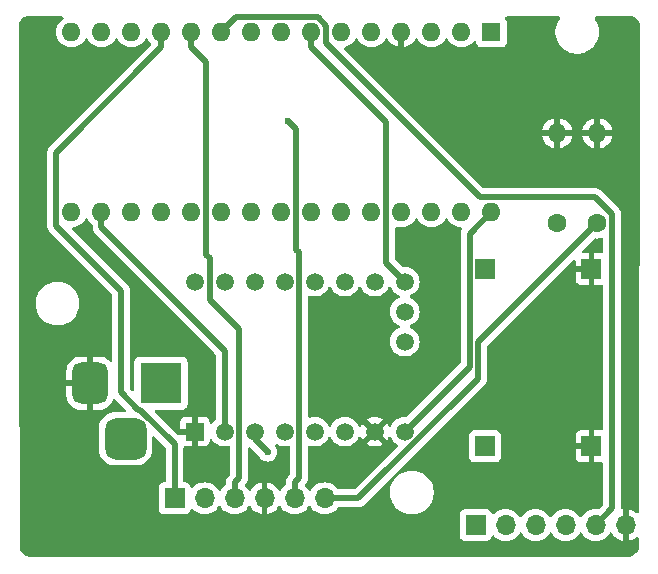
<source format=gbr>
%TF.GenerationSoftware,KiCad,Pcbnew,8.0.2*%
%TF.CreationDate,2024-05-31T10:43:30+02:00*%
%TF.ProjectId,LTS_Spooler,4c54535f-5370-46f6-9f6c-65722e6b6963,rev?*%
%TF.SameCoordinates,Original*%
%TF.FileFunction,Copper,L2,Bot*%
%TF.FilePolarity,Positive*%
%FSLAX46Y46*%
G04 Gerber Fmt 4.6, Leading zero omitted, Abs format (unit mm)*
G04 Created by KiCad (PCBNEW 8.0.2) date 2024-05-31 10:43:30*
%MOMM*%
%LPD*%
G01*
G04 APERTURE LIST*
G04 Aperture macros list*
%AMRoundRect*
0 Rectangle with rounded corners*
0 $1 Rounding radius*
0 $2 $3 $4 $5 $6 $7 $8 $9 X,Y pos of 4 corners*
0 Add a 4 corners polygon primitive as box body*
4,1,4,$2,$3,$4,$5,$6,$7,$8,$9,$2,$3,0*
0 Add four circle primitives for the rounded corners*
1,1,$1+$1,$2,$3*
1,1,$1+$1,$4,$5*
1,1,$1+$1,$6,$7*
1,1,$1+$1,$8,$9*
0 Add four rect primitives between the rounded corners*
20,1,$1+$1,$2,$3,$4,$5,0*
20,1,$1+$1,$4,$5,$6,$7,0*
20,1,$1+$1,$6,$7,$8,$9,0*
20,1,$1+$1,$8,$9,$2,$3,0*%
G04 Aperture macros list end*
%TA.AperFunction,ComponentPad*%
%ADD10R,3.500000X3.500000*%
%TD*%
%TA.AperFunction,ComponentPad*%
%ADD11RoundRect,0.750000X-0.750000X-1.000000X0.750000X-1.000000X0.750000X1.000000X-0.750000X1.000000X0*%
%TD*%
%TA.AperFunction,ComponentPad*%
%ADD12RoundRect,0.875000X-0.875000X-0.875000X0.875000X-0.875000X0.875000X0.875000X-0.875000X0.875000X0*%
%TD*%
%TA.AperFunction,ComponentPad*%
%ADD13R,1.700000X1.700000*%
%TD*%
%TA.AperFunction,ComponentPad*%
%ADD14R,1.508000X1.508000*%
%TD*%
%TA.AperFunction,ComponentPad*%
%ADD15C,1.508000*%
%TD*%
%TA.AperFunction,ComponentPad*%
%ADD16O,1.700000X1.700000*%
%TD*%
%TA.AperFunction,ComponentPad*%
%ADD17C,1.600000*%
%TD*%
%TA.AperFunction,ComponentPad*%
%ADD18O,1.600000X1.600000*%
%TD*%
%TA.AperFunction,ComponentPad*%
%ADD19R,1.600000X1.600000*%
%TD*%
%TA.AperFunction,ViaPad*%
%ADD20C,0.600000*%
%TD*%
%TA.AperFunction,Conductor*%
%ADD21C,0.500000*%
%TD*%
G04 APERTURE END LIST*
D10*
%TO.P,J10,1,Pin_1*%
%TO.N,+12V*%
X26750000Y-45750000D03*
D11*
%TO.P,J10,2,Pin_2*%
%TO.N,GND*%
X20750000Y-45750000D03*
D12*
%TO.P,J10,3*%
%TO.N,N/C*%
X23750000Y-50450000D03*
%TD*%
D13*
%TO.P,J7,1,Pin_1*%
%TO.N,GND*%
X63200000Y-51100000D03*
%TD*%
%TO.P,J6,1,Pin_1*%
%TO.N,/VIN*%
X54200000Y-51100000D03*
%TD*%
%TO.P,J4,1,Pin_1*%
%TO.N,+12V*%
X54200000Y-36100000D03*
%TD*%
%TO.P,J5,1,Pin_1*%
%TO.N,GND*%
X63200000Y-36100000D03*
%TD*%
D14*
%TO.P,U1,1,GND*%
%TO.N,GND*%
X29610000Y-49850000D03*
D15*
%TO.P,U1,2,VIO*%
%TO.N,/3V3*%
X32150000Y-49850000D03*
%TO.P,U1,3,M1B*%
%TO.N,/MotorD*%
X34690000Y-49850000D03*
%TO.P,U1,4,M1A*%
%TO.N,/MotorB*%
X37230000Y-49850000D03*
%TO.P,U1,5,M2A*%
%TO.N,/MotorC*%
X39770000Y-49850000D03*
%TO.P,U1,6,M2B*%
%TO.N,/MotorA*%
X42310000Y-49850000D03*
%TO.P,U1,7,GND*%
%TO.N,GND*%
X44850000Y-49850000D03*
%TO.P,U1,8,VM*%
%TO.N,/VIN*%
X47390000Y-49850000D03*
%TO.P,U1,9,DIR*%
%TO.N,/Direction*%
X29610000Y-37150000D03*
%TO.P,U1,10,STEP*%
%TO.N,/Step*%
X32150000Y-37150000D03*
%TO.P,U1,11,PDN*%
%TO.N,unconnected-(U1-PDN-Pad11)*%
X34690000Y-37150000D03*
%TO.P,U1,12,UART*%
%TO.N,unconnected-(U1-UART-Pad12)*%
X37230000Y-37150000D03*
%TO.P,U1,13,SPRD*%
%TO.N,unconnected-(U1-SPRD-Pad13)*%
X39770000Y-37150000D03*
%TO.P,U1,14,MS2*%
%TO.N,unconnected-(U1-MS2-Pad14)*%
X42310000Y-37150000D03*
%TO.P,U1,15,MS1*%
%TO.N,unconnected-(U1-MS1-Pad15)*%
X44850000Y-37150000D03*
%TO.P,U1,16,~{EN}*%
%TO.N,/Enable*%
X47390000Y-37150000D03*
%TO.P,U1,17,INDEX*%
%TO.N,unconnected-(U1-INDEX-Pad17)*%
X47390000Y-42230000D03*
%TO.P,U1,18,DIAG*%
%TO.N,unconnected-(U1-DIAG-Pad18)*%
X47390000Y-39690000D03*
%TD*%
D13*
%TO.P,J11,1,Pin_1*%
%TO.N,/MotorA*%
X53400000Y-57750000D03*
D16*
%TO.P,J11,2,Pin_2*%
%TO.N,/MotorC*%
X55940000Y-57750000D03*
%TO.P,J11,3,Pin_3*%
%TO.N,/MotorB*%
X58480000Y-57750000D03*
%TO.P,J11,4,Pin_4*%
%TO.N,/MotorD*%
X61020000Y-57750000D03*
%TO.P,J11,5,Pin_5*%
%TO.N,/FilamentSensor*%
X63560000Y-57750000D03*
%TO.P,J11,6,Pin_6*%
%TO.N,GND*%
X66100000Y-57750000D03*
%TD*%
D13*
%TO.P,J12,1,Pin_1*%
%TO.N,/LED1*%
X27900000Y-55500000D03*
D16*
%TO.P,J12,2,Pin_2*%
%TO.N,Net-(J12-Pin_2)*%
X30440000Y-55500000D03*
%TO.P,J12,3,Pin_3*%
%TO.N,/BTN*%
X32980000Y-55500000D03*
%TO.P,J12,4,Pin_4*%
%TO.N,GND*%
X35520000Y-55500000D03*
%TO.P,J12,5,Pin_5*%
%TO.N,/LED2*%
X38060000Y-55500000D03*
%TO.P,J12,6,Pin_6*%
%TO.N,Net-(J12-Pin_6)*%
X40600000Y-55500000D03*
%TD*%
D17*
%TO.P,R2,1*%
%TO.N,Net-(J12-Pin_6)*%
X63700000Y-32200000D03*
D18*
%TO.P,R2,2*%
%TO.N,GND*%
X63700000Y-24580000D03*
%TD*%
D17*
%TO.P,R1,1*%
%TO.N,Net-(J12-Pin_2)*%
X60300000Y-32200000D03*
D18*
%TO.P,R1,2*%
%TO.N,GND*%
X60300000Y-24580000D03*
%TD*%
D19*
%TO.P,A1,1,D1/TX*%
%TO.N,unconnected-(A1-D1{slash}TX-Pad1)*%
X54730000Y-16010000D03*
D18*
%TO.P,A1,2,D0/RX*%
%TO.N,unconnected-(A1-D0{slash}RX-Pad2)*%
X52190000Y-16010000D03*
%TO.P,A1,3,~{RESET}*%
%TO.N,unconnected-(A1-~{RESET}-Pad3)*%
X49650000Y-16010000D03*
%TO.P,A1,4,GND*%
%TO.N,GND*%
X47110000Y-16010000D03*
%TO.P,A1,5,D2*%
%TO.N,/Direction*%
X44570000Y-16010000D03*
%TO.P,A1,6,D3*%
%TO.N,/Step*%
X42030000Y-16010000D03*
%TO.P,A1,7,D4*%
%TO.N,/Enable*%
X39490000Y-16010000D03*
%TO.P,A1,8,D5*%
%TO.N,unconnected-(A1-D5-Pad8)*%
X36950000Y-16010000D03*
%TO.P,A1,9,D6*%
%TO.N,unconnected-(A1-D6-Pad9)*%
X34410000Y-16010000D03*
%TO.P,A1,10,D7*%
%TO.N,/FilamentSensor*%
X31870000Y-16010000D03*
%TO.P,A1,11,D8*%
%TO.N,/BTN*%
X29330000Y-16010000D03*
%TO.P,A1,12,D9*%
%TO.N,/LED1*%
X26790000Y-16010000D03*
%TO.P,A1,13,D10*%
%TO.N,/LED2*%
X24250000Y-16010000D03*
%TO.P,A1,14,D11*%
%TO.N,unconnected-(A1-D11-Pad14)*%
X21710000Y-16010000D03*
%TO.P,A1,15,D12*%
%TO.N,unconnected-(A1-D12-Pad15)*%
X19170000Y-16010000D03*
%TO.P,A1,16,D13*%
%TO.N,unconnected-(A1-D13-Pad16)*%
X19170000Y-31250000D03*
%TO.P,A1,17,3V3*%
%TO.N,/3V3*%
X21710000Y-31250000D03*
%TO.P,A1,18,AREF*%
%TO.N,unconnected-(A1-AREF-Pad18)*%
X24250000Y-31250000D03*
%TO.P,A1,19,A0*%
%TO.N,unconnected-(A1-A0-Pad19)*%
X26790000Y-31250000D03*
%TO.P,A1,20,A1*%
%TO.N,unconnected-(A1-A1-Pad20)*%
X29330000Y-31250000D03*
%TO.P,A1,21,A2*%
%TO.N,unconnected-(A1-A2-Pad21)*%
X31870000Y-31250000D03*
%TO.P,A1,22,A3*%
%TO.N,unconnected-(A1-A3-Pad22)*%
X34410000Y-31250000D03*
%TO.P,A1,23,A4*%
%TO.N,unconnected-(A1-A4-Pad23)*%
X36950000Y-31250000D03*
%TO.P,A1,24,A5*%
%TO.N,unconnected-(A1-A5-Pad24)*%
X39490000Y-31250000D03*
%TO.P,A1,25,A6*%
%TO.N,unconnected-(A1-A6-Pad25)*%
X42030000Y-31250000D03*
%TO.P,A1,26,A7*%
%TO.N,unconnected-(A1-A7-Pad26)*%
X44570000Y-31250000D03*
%TO.P,A1,27,+5V*%
%TO.N,unconnected-(A1-+5V-Pad27)*%
X47110000Y-31250000D03*
%TO.P,A1,28,~{RESET}*%
%TO.N,unconnected-(A1-~{RESET}-Pad28)*%
X49650000Y-31250000D03*
%TO.P,A1,29,GND*%
%TO.N,unconnected-(A1-GND-Pad29)*%
X52190000Y-31250000D03*
%TO.P,A1,30,VIN*%
%TO.N,/VIN*%
X54730000Y-31250000D03*
%TD*%
D20*
%TO.N,/MotorD*%
X35783200Y-51594700D03*
%TO.N,/LED2*%
X37492200Y-23520500D03*
%TD*%
D21*
%TO.N,/VIN*%
X52900000Y-33080000D02*
X54730000Y-31250000D01*
X52900000Y-44340000D02*
X52900000Y-33080000D01*
X47390000Y-49850000D02*
X52900000Y-44340000D01*
%TO.N,/FilamentSensor*%
X64950000Y-56360000D02*
X63560000Y-57750000D01*
X64950000Y-31450000D02*
X64950000Y-56360000D01*
X63500000Y-30000000D02*
X64950000Y-31450000D01*
X53750001Y-30000000D02*
X63500000Y-30000000D01*
X40740000Y-16989999D02*
X53750001Y-30000000D01*
X40740000Y-15492233D02*
X40740000Y-16989999D01*
X40007767Y-14760000D02*
X40740000Y-15492233D01*
X33120000Y-14760000D02*
X40007767Y-14760000D01*
X31870000Y-16010000D02*
X33120000Y-14760000D01*
%TO.N,Net-(J12-Pin_6)*%
X53601500Y-42298500D02*
X63700000Y-32200000D01*
X53601500Y-45361000D02*
X53601500Y-42298500D01*
X43462500Y-55500000D02*
X53601500Y-45361000D01*
X40600000Y-55500000D02*
X43462500Y-55500000D01*
%TO.N,/MotorD*%
X34690000Y-50501500D02*
X35783200Y-51594700D01*
X34690000Y-49850000D02*
X34690000Y-50501500D01*
%TO.N,/3V3*%
X21710000Y-31250000D02*
X21710000Y-32550000D01*
X32150000Y-42990000D02*
X32150000Y-49850000D01*
X21710000Y-32550000D02*
X32150000Y-42990000D01*
%TO.N,/LED2*%
X38220000Y-24248300D02*
X37492200Y-23520500D01*
X38220000Y-34442700D02*
X38220000Y-24248300D01*
X38463500Y-34686200D02*
X38220000Y-34442700D01*
X38463500Y-53746500D02*
X38463500Y-34686200D01*
X38060000Y-54150000D02*
X38463500Y-53746500D01*
X38060000Y-55500000D02*
X38060000Y-54150000D01*
%TO.N,/Enable*%
X45839900Y-35599900D02*
X47390000Y-37150000D01*
X45839900Y-23659900D02*
X45839900Y-35599900D01*
X39490000Y-17310000D02*
X45839900Y-23659900D01*
X39490000Y-16010000D02*
X39490000Y-17310000D01*
%TO.N,/BTN*%
X30600100Y-18580100D02*
X29330000Y-17310000D01*
X30600100Y-34865800D02*
X30600100Y-18580100D01*
X30880000Y-35145700D02*
X30600100Y-34865800D01*
X30880000Y-38707900D02*
X30880000Y-35145700D01*
X33365000Y-41192900D02*
X30880000Y-38707900D01*
X33365000Y-53765000D02*
X33365000Y-41192900D01*
X32980000Y-54150000D02*
X33365000Y-53765000D01*
X32980000Y-55500000D02*
X32980000Y-54150000D01*
X29330000Y-16010000D02*
X29330000Y-17310000D01*
%TO.N,/LED1*%
X27900000Y-50906500D02*
X27900000Y-55500000D01*
X24983500Y-47990000D02*
X27900000Y-50906500D01*
X24839300Y-47990000D02*
X24983500Y-47990000D01*
X23378800Y-46529500D02*
X24839300Y-47990000D01*
X23378800Y-37926100D02*
X23378800Y-46529500D01*
X17868600Y-32415900D02*
X23378800Y-37926100D01*
X17868600Y-26231400D02*
X17868600Y-32415900D01*
X26790000Y-17310000D02*
X17868600Y-26231400D01*
X26790000Y-16010000D02*
X26790000Y-17310000D01*
%TD*%
%TA.AperFunction,Conductor*%
%TO.N,GND*%
G36*
X18447283Y-14719685D02*
G01*
X18493038Y-14772489D01*
X18502982Y-14841647D01*
X18473957Y-14905203D01*
X18451369Y-14925573D01*
X18416794Y-14949782D01*
X18330858Y-15009954D01*
X18169954Y-15170858D01*
X18039432Y-15357265D01*
X18039431Y-15357267D01*
X17943261Y-15563502D01*
X17943258Y-15563511D01*
X17884366Y-15783302D01*
X17884364Y-15783313D01*
X17864532Y-16009998D01*
X17864532Y-16010001D01*
X17884364Y-16236686D01*
X17884366Y-16236697D01*
X17943258Y-16456488D01*
X17943261Y-16456497D01*
X18039431Y-16662732D01*
X18039432Y-16662734D01*
X18169954Y-16849141D01*
X18330858Y-17010045D01*
X18366621Y-17035086D01*
X18517266Y-17140568D01*
X18723504Y-17236739D01*
X18943308Y-17295635D01*
X19080949Y-17307677D01*
X19169998Y-17315468D01*
X19170000Y-17315468D01*
X19170002Y-17315468D01*
X19226807Y-17310498D01*
X19396692Y-17295635D01*
X19616496Y-17236739D01*
X19822734Y-17140568D01*
X20009139Y-17010047D01*
X20170047Y-16849139D01*
X20300568Y-16662734D01*
X20327618Y-16604724D01*
X20373790Y-16552285D01*
X20440983Y-16533133D01*
X20507865Y-16553348D01*
X20552382Y-16604725D01*
X20579429Y-16662728D01*
X20579432Y-16662734D01*
X20709954Y-16849141D01*
X20870858Y-17010045D01*
X20906621Y-17035086D01*
X21057266Y-17140568D01*
X21263504Y-17236739D01*
X21483308Y-17295635D01*
X21620949Y-17307677D01*
X21709998Y-17315468D01*
X21710000Y-17315468D01*
X21710002Y-17315468D01*
X21766807Y-17310498D01*
X21936692Y-17295635D01*
X22156496Y-17236739D01*
X22362734Y-17140568D01*
X22549139Y-17010047D01*
X22710047Y-16849139D01*
X22840568Y-16662734D01*
X22867618Y-16604724D01*
X22913790Y-16552285D01*
X22980983Y-16533133D01*
X23047865Y-16553348D01*
X23092382Y-16604725D01*
X23119429Y-16662728D01*
X23119432Y-16662734D01*
X23249954Y-16849141D01*
X23410858Y-17010045D01*
X23446621Y-17035086D01*
X23597266Y-17140568D01*
X23803504Y-17236739D01*
X24023308Y-17295635D01*
X24160949Y-17307677D01*
X24249998Y-17315468D01*
X24250000Y-17315468D01*
X24250002Y-17315468D01*
X24306807Y-17310498D01*
X24476692Y-17295635D01*
X24696496Y-17236739D01*
X24902734Y-17140568D01*
X25089139Y-17010047D01*
X25250047Y-16849139D01*
X25380568Y-16662734D01*
X25407618Y-16604724D01*
X25453790Y-16552285D01*
X25520983Y-16533133D01*
X25587865Y-16553348D01*
X25632382Y-16604725D01*
X25659429Y-16662728D01*
X25659432Y-16662734D01*
X25789954Y-16849141D01*
X25902041Y-16961228D01*
X25935526Y-17022551D01*
X25930542Y-17092243D01*
X25902041Y-17136590D01*
X17285650Y-25752980D01*
X17285644Y-25752988D01*
X17236412Y-25826668D01*
X17236413Y-25826669D01*
X17203521Y-25875896D01*
X17203514Y-25875908D01*
X17146942Y-26012486D01*
X17146940Y-26012492D01*
X17118100Y-26157479D01*
X17118100Y-26157482D01*
X17118100Y-32489818D01*
X17118100Y-32489820D01*
X17118099Y-32489820D01*
X17146940Y-32634807D01*
X17146943Y-32634817D01*
X17203514Y-32771392D01*
X17236412Y-32820627D01*
X17236413Y-32820630D01*
X17285646Y-32894314D01*
X17285652Y-32894321D01*
X22591981Y-38200648D01*
X22625466Y-38261971D01*
X22628300Y-38288329D01*
X22628300Y-43811172D01*
X22608615Y-43878211D01*
X22555811Y-43923966D01*
X22486653Y-43933910D01*
X22423097Y-43904885D01*
X22416619Y-43898853D01*
X22304335Y-43786569D01*
X22304323Y-43786559D01*
X22119380Y-43658431D01*
X22119374Y-43658428D01*
X21914519Y-43565377D01*
X21696332Y-43510400D01*
X21564196Y-43500000D01*
X21000000Y-43500000D01*
X21000000Y-44316988D01*
X20942993Y-44284075D01*
X20815826Y-44250000D01*
X20684174Y-44250000D01*
X20557007Y-44284075D01*
X20500000Y-44316988D01*
X20500000Y-43500000D01*
X19935817Y-43500000D01*
X19935802Y-43500001D01*
X19803667Y-43510400D01*
X19585480Y-43565377D01*
X19380625Y-43658428D01*
X19380619Y-43658431D01*
X19195676Y-43786559D01*
X19195664Y-43786569D01*
X19036569Y-43945664D01*
X19036559Y-43945676D01*
X18908431Y-44130619D01*
X18908428Y-44130625D01*
X18815377Y-44335480D01*
X18760400Y-44553667D01*
X18750000Y-44685803D01*
X18750000Y-45500000D01*
X20250000Y-45500000D01*
X20250000Y-46000000D01*
X18750001Y-46000000D01*
X18750001Y-46814197D01*
X18760400Y-46946332D01*
X18815377Y-47164519D01*
X18908428Y-47369374D01*
X18908431Y-47369380D01*
X19036559Y-47554323D01*
X19036569Y-47554335D01*
X19195664Y-47713430D01*
X19195676Y-47713440D01*
X19380619Y-47841568D01*
X19380625Y-47841571D01*
X19585480Y-47934622D01*
X19803667Y-47989599D01*
X19935810Y-47999999D01*
X20499999Y-47999999D01*
X20500000Y-47999998D01*
X20500000Y-47183012D01*
X20557007Y-47215925D01*
X20684174Y-47250000D01*
X20815826Y-47250000D01*
X20942993Y-47215925D01*
X21000000Y-47183012D01*
X21000000Y-47999999D01*
X21564182Y-47999999D01*
X21564197Y-47999998D01*
X21696332Y-47989599D01*
X21914519Y-47934622D01*
X22119374Y-47841571D01*
X22119380Y-47841568D01*
X22304323Y-47713440D01*
X22304335Y-47713430D01*
X22463430Y-47554335D01*
X22463440Y-47554323D01*
X22591568Y-47369380D01*
X22591571Y-47369374D01*
X22684621Y-47164519D01*
X22685126Y-47162518D01*
X22685610Y-47161694D01*
X22686464Y-47159257D01*
X22686947Y-47159426D01*
X22720587Y-47102316D01*
X22782967Y-47070843D01*
X22852460Y-47078091D01*
X22893052Y-47105121D01*
X23775751Y-47987819D01*
X23809236Y-48049142D01*
X23804252Y-48118833D01*
X23762380Y-48174767D01*
X23696916Y-48199184D01*
X23688070Y-48199500D01*
X22781378Y-48199500D01*
X22781370Y-48199500D01*
X22781347Y-48199501D01*
X22728756Y-48202295D01*
X22728755Y-48202295D01*
X22498878Y-48246754D01*
X22498876Y-48246754D01*
X22498874Y-48246755D01*
X22424933Y-48274659D01*
X22279810Y-48329425D01*
X22077868Y-48447929D01*
X22077861Y-48447934D01*
X21898858Y-48598856D01*
X21898856Y-48598858D01*
X21747934Y-48777861D01*
X21747929Y-48777868D01*
X21629425Y-48979810D01*
X21603627Y-49048172D01*
X21546755Y-49198874D01*
X21546754Y-49198876D01*
X21546754Y-49198878D01*
X21502295Y-49428755D01*
X21502295Y-49428756D01*
X21499501Y-49481347D01*
X21499500Y-49481386D01*
X21499500Y-51418613D01*
X21499501Y-51418652D01*
X21502295Y-51471243D01*
X21502295Y-51471244D01*
X21527197Y-51600000D01*
X21546755Y-51701126D01*
X21595326Y-51829832D01*
X21629425Y-51920189D01*
X21747929Y-52122131D01*
X21747934Y-52122138D01*
X21898856Y-52301141D01*
X21898858Y-52301143D01*
X22077861Y-52452065D01*
X22077868Y-52452070D01*
X22279810Y-52570574D01*
X22498874Y-52653245D01*
X22728759Y-52697705D01*
X22781378Y-52700500D01*
X22781386Y-52700500D01*
X24718614Y-52700500D01*
X24718622Y-52700500D01*
X24771241Y-52697705D01*
X25001126Y-52653245D01*
X25220190Y-52570574D01*
X25422132Y-52452070D01*
X25423995Y-52450499D01*
X25601141Y-52301143D01*
X25601143Y-52301141D01*
X25752065Y-52122138D01*
X25752065Y-52122137D01*
X25752070Y-52122132D01*
X25870574Y-51920190D01*
X25953245Y-51701126D01*
X25997705Y-51471241D01*
X26000500Y-51418622D01*
X26000500Y-50367730D01*
X26020185Y-50300691D01*
X26072989Y-50254936D01*
X26142147Y-50244992D01*
X26205703Y-50274017D01*
X26212181Y-50280049D01*
X27113181Y-51181049D01*
X27146666Y-51242372D01*
X27149500Y-51268730D01*
X27149500Y-54025500D01*
X27129815Y-54092539D01*
X27077011Y-54138294D01*
X27025505Y-54149500D01*
X27002132Y-54149500D01*
X27002123Y-54149501D01*
X26942516Y-54155908D01*
X26807671Y-54206202D01*
X26807664Y-54206206D01*
X26692455Y-54292452D01*
X26692452Y-54292455D01*
X26606206Y-54407664D01*
X26606202Y-54407671D01*
X26555908Y-54542517D01*
X26549501Y-54602116D01*
X26549500Y-54602135D01*
X26549500Y-56397870D01*
X26549501Y-56397876D01*
X26555908Y-56457483D01*
X26606202Y-56592328D01*
X26606206Y-56592335D01*
X26692452Y-56707544D01*
X26692455Y-56707547D01*
X26807664Y-56793793D01*
X26807671Y-56793797D01*
X26942517Y-56844091D01*
X26942516Y-56844091D01*
X26949444Y-56844835D01*
X27002127Y-56850500D01*
X28797872Y-56850499D01*
X28857483Y-56844091D01*
X28992331Y-56793796D01*
X29107546Y-56707546D01*
X29193796Y-56592331D01*
X29242810Y-56460916D01*
X29284681Y-56404984D01*
X29350145Y-56380566D01*
X29418418Y-56395417D01*
X29446673Y-56416569D01*
X29568599Y-56538495D01*
X29665384Y-56606265D01*
X29762165Y-56674032D01*
X29762167Y-56674033D01*
X29762170Y-56674035D01*
X29976337Y-56773903D01*
X30204592Y-56835063D01*
X30381034Y-56850500D01*
X30439999Y-56855659D01*
X30440000Y-56855659D01*
X30440001Y-56855659D01*
X30498966Y-56850500D01*
X30675408Y-56835063D01*
X30903663Y-56773903D01*
X31117830Y-56674035D01*
X31311401Y-56538495D01*
X31478495Y-56371401D01*
X31608425Y-56185842D01*
X31663002Y-56142217D01*
X31732500Y-56135023D01*
X31794855Y-56166546D01*
X31811575Y-56185842D01*
X31941281Y-56371082D01*
X31941505Y-56371401D01*
X32108599Y-56538495D01*
X32205384Y-56606265D01*
X32302165Y-56674032D01*
X32302167Y-56674033D01*
X32302170Y-56674035D01*
X32516337Y-56773903D01*
X32744592Y-56835063D01*
X32921034Y-56850500D01*
X32979999Y-56855659D01*
X32980000Y-56855659D01*
X32980001Y-56855659D01*
X33038966Y-56850500D01*
X33215408Y-56835063D01*
X33443663Y-56773903D01*
X33657830Y-56674035D01*
X33851401Y-56538495D01*
X34018495Y-56371401D01*
X34148730Y-56185405D01*
X34203307Y-56141781D01*
X34272805Y-56134587D01*
X34335160Y-56166110D01*
X34351879Y-56185405D01*
X34481890Y-56371078D01*
X34648917Y-56538105D01*
X34842421Y-56673600D01*
X35056507Y-56773429D01*
X35056516Y-56773433D01*
X35270000Y-56830634D01*
X35270000Y-55933012D01*
X35327007Y-55965925D01*
X35454174Y-56000000D01*
X35585826Y-56000000D01*
X35712993Y-55965925D01*
X35770000Y-55933012D01*
X35770000Y-56830633D01*
X35983483Y-56773433D01*
X35983492Y-56773429D01*
X36197578Y-56673600D01*
X36391082Y-56538105D01*
X36558105Y-56371082D01*
X36688119Y-56185405D01*
X36742696Y-56141781D01*
X36812195Y-56134588D01*
X36874549Y-56166110D01*
X36891269Y-56185405D01*
X37021505Y-56371401D01*
X37188599Y-56538495D01*
X37285384Y-56606265D01*
X37382165Y-56674032D01*
X37382167Y-56674033D01*
X37382170Y-56674035D01*
X37596337Y-56773903D01*
X37824592Y-56835063D01*
X38001034Y-56850500D01*
X38059999Y-56855659D01*
X38060000Y-56855659D01*
X38060001Y-56855659D01*
X38118966Y-56850500D01*
X38295408Y-56835063D01*
X38523663Y-56773903D01*
X38737830Y-56674035D01*
X38931401Y-56538495D01*
X39098495Y-56371401D01*
X39228425Y-56185842D01*
X39283002Y-56142217D01*
X39352500Y-56135023D01*
X39414855Y-56166546D01*
X39431575Y-56185842D01*
X39561281Y-56371082D01*
X39561505Y-56371401D01*
X39728599Y-56538495D01*
X39825384Y-56606265D01*
X39922165Y-56674032D01*
X39922167Y-56674033D01*
X39922170Y-56674035D01*
X40136337Y-56773903D01*
X40364592Y-56835063D01*
X40541034Y-56850500D01*
X40599999Y-56855659D01*
X40600000Y-56855659D01*
X40600001Y-56855659D01*
X40658966Y-56850500D01*
X40835408Y-56835063D01*
X41063663Y-56773903D01*
X41277830Y-56674035D01*
X41471401Y-56538495D01*
X41638495Y-56371401D01*
X41686127Y-56303376D01*
X41740704Y-56259751D01*
X41787701Y-56250500D01*
X43536420Y-56250500D01*
X43675958Y-56222743D01*
X43681413Y-56221658D01*
X43817995Y-56165084D01*
X43867229Y-56132186D01*
X43940916Y-56082952D01*
X45145157Y-54878711D01*
X46149500Y-54878711D01*
X46149500Y-55121288D01*
X46181161Y-55361785D01*
X46243947Y-55596104D01*
X46284080Y-55692993D01*
X46336776Y-55820212D01*
X46458064Y-56030289D01*
X46458066Y-56030292D01*
X46458067Y-56030293D01*
X46605733Y-56222736D01*
X46605739Y-56222743D01*
X46777256Y-56394260D01*
X46777263Y-56394266D01*
X46809972Y-56419364D01*
X46969711Y-56541936D01*
X47179788Y-56663224D01*
X47403900Y-56756054D01*
X47638211Y-56818838D01*
X47818586Y-56842584D01*
X47878711Y-56850500D01*
X47878712Y-56850500D01*
X48121289Y-56850500D01*
X48169970Y-56844091D01*
X48361789Y-56818838D01*
X48596100Y-56756054D01*
X48820212Y-56663224D01*
X49030289Y-56541936D01*
X49222738Y-56394265D01*
X49394265Y-56222738D01*
X49541936Y-56030289D01*
X49663224Y-55820212D01*
X49756054Y-55596100D01*
X49818838Y-55361789D01*
X49850500Y-55121288D01*
X49850500Y-54878712D01*
X49818838Y-54638211D01*
X49756054Y-54403900D01*
X49663224Y-54179788D01*
X49541936Y-53969711D01*
X49394265Y-53777262D01*
X49394260Y-53777256D01*
X49222743Y-53605739D01*
X49222736Y-53605733D01*
X49030293Y-53458067D01*
X49030292Y-53458066D01*
X49030289Y-53458064D01*
X48820212Y-53336776D01*
X48820205Y-53336773D01*
X48596104Y-53243947D01*
X48361785Y-53181161D01*
X48121289Y-53149500D01*
X48121288Y-53149500D01*
X47878712Y-53149500D01*
X47878711Y-53149500D01*
X47638214Y-53181161D01*
X47403895Y-53243947D01*
X47179794Y-53336773D01*
X47179785Y-53336777D01*
X47008564Y-53435632D01*
X46976522Y-53454132D01*
X46969706Y-53458067D01*
X46777263Y-53605733D01*
X46777256Y-53605739D01*
X46605739Y-53777256D01*
X46605733Y-53777263D01*
X46458067Y-53969706D01*
X46458064Y-53969710D01*
X46458064Y-53969711D01*
X46449862Y-53983917D01*
X46336777Y-54179785D01*
X46336773Y-54179794D01*
X46243947Y-54403895D01*
X46181161Y-54638214D01*
X46149500Y-54878711D01*
X45145157Y-54878711D01*
X49821732Y-50202135D01*
X52849500Y-50202135D01*
X52849500Y-51997870D01*
X52849501Y-51997876D01*
X52855908Y-52057483D01*
X52906202Y-52192328D01*
X52906206Y-52192335D01*
X52992452Y-52307544D01*
X52992455Y-52307547D01*
X53107664Y-52393793D01*
X53107671Y-52393797D01*
X53242517Y-52444091D01*
X53242516Y-52444091D01*
X53249444Y-52444835D01*
X53302127Y-52450500D01*
X55097872Y-52450499D01*
X55157483Y-52444091D01*
X55292331Y-52393796D01*
X55407546Y-52307546D01*
X55493796Y-52192331D01*
X55544091Y-52057483D01*
X55550500Y-51997873D01*
X55550499Y-50202128D01*
X55544091Y-50142517D01*
X55543669Y-50141386D01*
X55493797Y-50007671D01*
X55493793Y-50007664D01*
X55407547Y-49892455D01*
X55407544Y-49892452D01*
X55292335Y-49806206D01*
X55292328Y-49806202D01*
X55157482Y-49755908D01*
X55157483Y-49755908D01*
X55097883Y-49749501D01*
X55097881Y-49749500D01*
X55097873Y-49749500D01*
X55097864Y-49749500D01*
X53302129Y-49749500D01*
X53302123Y-49749501D01*
X53242516Y-49755908D01*
X53107671Y-49806202D01*
X53107664Y-49806206D01*
X52992455Y-49892452D01*
X52992452Y-49892455D01*
X52906206Y-50007664D01*
X52906202Y-50007671D01*
X52855908Y-50142517D01*
X52849501Y-50202116D01*
X52849501Y-50202123D01*
X52849500Y-50202135D01*
X49821732Y-50202135D01*
X54184451Y-45839416D01*
X54266584Y-45716495D01*
X54323158Y-45579913D01*
X54352000Y-45434918D01*
X54352000Y-45287083D01*
X54352000Y-42660728D01*
X54371685Y-42593689D01*
X54388314Y-42573052D01*
X61638321Y-35323045D01*
X61699642Y-35289562D01*
X61769334Y-35294546D01*
X61825267Y-35336418D01*
X61849684Y-35401882D01*
X61850000Y-35410728D01*
X61850000Y-35850000D01*
X62766988Y-35850000D01*
X62734075Y-35907007D01*
X62700000Y-36034174D01*
X62700000Y-36165826D01*
X62734075Y-36292993D01*
X62766988Y-36350000D01*
X61850000Y-36350000D01*
X61850000Y-36997844D01*
X61856401Y-37057372D01*
X61856403Y-37057379D01*
X61906645Y-37192086D01*
X61906649Y-37192093D01*
X61992809Y-37307187D01*
X61992812Y-37307190D01*
X62107906Y-37393350D01*
X62107913Y-37393354D01*
X62242620Y-37443596D01*
X62242627Y-37443598D01*
X62302155Y-37449999D01*
X62302172Y-37450000D01*
X62950000Y-37450000D01*
X62950000Y-36533012D01*
X63007007Y-36565925D01*
X63134174Y-36600000D01*
X63265826Y-36600000D01*
X63392993Y-36565925D01*
X63450000Y-36533012D01*
X63450000Y-37450000D01*
X64075500Y-37450000D01*
X64142539Y-37469685D01*
X64188294Y-37522489D01*
X64199500Y-37574000D01*
X64199500Y-49626000D01*
X64179815Y-49693039D01*
X64127011Y-49738794D01*
X64075500Y-49750000D01*
X63450000Y-49750000D01*
X63450000Y-50666988D01*
X63392993Y-50634075D01*
X63265826Y-50600000D01*
X63134174Y-50600000D01*
X63007007Y-50634075D01*
X62950000Y-50666988D01*
X62950000Y-49750000D01*
X62302155Y-49750000D01*
X62242627Y-49756401D01*
X62242620Y-49756403D01*
X62107913Y-49806645D01*
X62107906Y-49806649D01*
X61992812Y-49892809D01*
X61992809Y-49892812D01*
X61906649Y-50007906D01*
X61906645Y-50007913D01*
X61856403Y-50142620D01*
X61856401Y-50142627D01*
X61850000Y-50202155D01*
X61850000Y-50850000D01*
X62766988Y-50850000D01*
X62734075Y-50907007D01*
X62700000Y-51034174D01*
X62700000Y-51165826D01*
X62734075Y-51292993D01*
X62766988Y-51350000D01*
X61850000Y-51350000D01*
X61850000Y-51997844D01*
X61856401Y-52057372D01*
X61856403Y-52057379D01*
X61906645Y-52192086D01*
X61906649Y-52192093D01*
X61992809Y-52307187D01*
X61992812Y-52307190D01*
X62107906Y-52393350D01*
X62107913Y-52393354D01*
X62242620Y-52443596D01*
X62242627Y-52443598D01*
X62302155Y-52449999D01*
X62302172Y-52450000D01*
X62950000Y-52450000D01*
X62950000Y-51533012D01*
X63007007Y-51565925D01*
X63134174Y-51600000D01*
X63265826Y-51600000D01*
X63392993Y-51565925D01*
X63450000Y-51533012D01*
X63450000Y-52450000D01*
X64075500Y-52450000D01*
X64142539Y-52469685D01*
X64188294Y-52522489D01*
X64199500Y-52574000D01*
X64199500Y-55997769D01*
X64179815Y-56064808D01*
X64163181Y-56085450D01*
X63871500Y-56377130D01*
X63810177Y-56410615D01*
X63773012Y-56412977D01*
X63560002Y-56394341D01*
X63559999Y-56394341D01*
X63324596Y-56414936D01*
X63324586Y-56414938D01*
X63096344Y-56476094D01*
X63096335Y-56476098D01*
X62882171Y-56575964D01*
X62882169Y-56575965D01*
X62688597Y-56711505D01*
X62521505Y-56878597D01*
X62391575Y-57064158D01*
X62336998Y-57107783D01*
X62267500Y-57114977D01*
X62205145Y-57083454D01*
X62188425Y-57064158D01*
X62058494Y-56878597D01*
X61891402Y-56711506D01*
X61891395Y-56711501D01*
X61697834Y-56575967D01*
X61697830Y-56575965D01*
X61697828Y-56575964D01*
X61483663Y-56476097D01*
X61483659Y-56476096D01*
X61483655Y-56476094D01*
X61255413Y-56414938D01*
X61255403Y-56414936D01*
X61020001Y-56394341D01*
X61019999Y-56394341D01*
X60784596Y-56414936D01*
X60784586Y-56414938D01*
X60556344Y-56476094D01*
X60556335Y-56476098D01*
X60342171Y-56575964D01*
X60342169Y-56575965D01*
X60148597Y-56711505D01*
X59981505Y-56878597D01*
X59851575Y-57064158D01*
X59796998Y-57107783D01*
X59727500Y-57114977D01*
X59665145Y-57083454D01*
X59648425Y-57064158D01*
X59518494Y-56878597D01*
X59351402Y-56711506D01*
X59351395Y-56711501D01*
X59157834Y-56575967D01*
X59157830Y-56575965D01*
X59157828Y-56575964D01*
X58943663Y-56476097D01*
X58943659Y-56476096D01*
X58943655Y-56476094D01*
X58715413Y-56414938D01*
X58715403Y-56414936D01*
X58480001Y-56394341D01*
X58479999Y-56394341D01*
X58244596Y-56414936D01*
X58244586Y-56414938D01*
X58016344Y-56476094D01*
X58016335Y-56476098D01*
X57802171Y-56575964D01*
X57802169Y-56575965D01*
X57608597Y-56711505D01*
X57441505Y-56878597D01*
X57311575Y-57064158D01*
X57256998Y-57107783D01*
X57187500Y-57114977D01*
X57125145Y-57083454D01*
X57108425Y-57064158D01*
X56978494Y-56878597D01*
X56811402Y-56711506D01*
X56811395Y-56711501D01*
X56617834Y-56575967D01*
X56617830Y-56575965D01*
X56617828Y-56575964D01*
X56403663Y-56476097D01*
X56403659Y-56476096D01*
X56403655Y-56476094D01*
X56175413Y-56414938D01*
X56175403Y-56414936D01*
X55940001Y-56394341D01*
X55939999Y-56394341D01*
X55704596Y-56414936D01*
X55704586Y-56414938D01*
X55476344Y-56476094D01*
X55476335Y-56476098D01*
X55262171Y-56575964D01*
X55262169Y-56575965D01*
X55068600Y-56711503D01*
X54946673Y-56833430D01*
X54885350Y-56866914D01*
X54815658Y-56861930D01*
X54759725Y-56820058D01*
X54742810Y-56789081D01*
X54693797Y-56657671D01*
X54693793Y-56657664D01*
X54607547Y-56542455D01*
X54607544Y-56542452D01*
X54492335Y-56456206D01*
X54492328Y-56456202D01*
X54357482Y-56405908D01*
X54357483Y-56405908D01*
X54297883Y-56399501D01*
X54297881Y-56399500D01*
X54297873Y-56399500D01*
X54297864Y-56399500D01*
X52502129Y-56399500D01*
X52502123Y-56399501D01*
X52442516Y-56405908D01*
X52307671Y-56456202D01*
X52307664Y-56456206D01*
X52192455Y-56542452D01*
X52192452Y-56542455D01*
X52106206Y-56657664D01*
X52106202Y-56657671D01*
X52055908Y-56792517D01*
X52049501Y-56852116D01*
X52049500Y-56852135D01*
X52049500Y-58647870D01*
X52049501Y-58647876D01*
X52055908Y-58707483D01*
X52106202Y-58842328D01*
X52106206Y-58842335D01*
X52192452Y-58957544D01*
X52192455Y-58957547D01*
X52307664Y-59043793D01*
X52307671Y-59043797D01*
X52442517Y-59094091D01*
X52442516Y-59094091D01*
X52449444Y-59094835D01*
X52502127Y-59100500D01*
X54297872Y-59100499D01*
X54357483Y-59094091D01*
X54492331Y-59043796D01*
X54607546Y-58957546D01*
X54693796Y-58842331D01*
X54742810Y-58710916D01*
X54784681Y-58654984D01*
X54850145Y-58630566D01*
X54918418Y-58645417D01*
X54946673Y-58666569D01*
X55068599Y-58788495D01*
X55150882Y-58846110D01*
X55262165Y-58924032D01*
X55262167Y-58924033D01*
X55262170Y-58924035D01*
X55476337Y-59023903D01*
X55704592Y-59085063D01*
X55881034Y-59100500D01*
X55939999Y-59105659D01*
X55940000Y-59105659D01*
X55940001Y-59105659D01*
X55998966Y-59100500D01*
X56175408Y-59085063D01*
X56403663Y-59023903D01*
X56617830Y-58924035D01*
X56811401Y-58788495D01*
X56978495Y-58621401D01*
X57108425Y-58435842D01*
X57163002Y-58392217D01*
X57232500Y-58385023D01*
X57294855Y-58416546D01*
X57311575Y-58435842D01*
X57441278Y-58621078D01*
X57441505Y-58621401D01*
X57608599Y-58788495D01*
X57690882Y-58846110D01*
X57802165Y-58924032D01*
X57802167Y-58924033D01*
X57802170Y-58924035D01*
X58016337Y-59023903D01*
X58244592Y-59085063D01*
X58421034Y-59100500D01*
X58479999Y-59105659D01*
X58480000Y-59105659D01*
X58480001Y-59105659D01*
X58538966Y-59100500D01*
X58715408Y-59085063D01*
X58943663Y-59023903D01*
X59157830Y-58924035D01*
X59351401Y-58788495D01*
X59518495Y-58621401D01*
X59648425Y-58435842D01*
X59703002Y-58392217D01*
X59772500Y-58385023D01*
X59834855Y-58416546D01*
X59851575Y-58435842D01*
X59981278Y-58621078D01*
X59981505Y-58621401D01*
X60148599Y-58788495D01*
X60230882Y-58846110D01*
X60342165Y-58924032D01*
X60342167Y-58924033D01*
X60342170Y-58924035D01*
X60556337Y-59023903D01*
X60784592Y-59085063D01*
X60961034Y-59100500D01*
X61019999Y-59105659D01*
X61020000Y-59105659D01*
X61020001Y-59105659D01*
X61078966Y-59100500D01*
X61255408Y-59085063D01*
X61483663Y-59023903D01*
X61697830Y-58924035D01*
X61891401Y-58788495D01*
X62058495Y-58621401D01*
X62188425Y-58435842D01*
X62243002Y-58392217D01*
X62312500Y-58385023D01*
X62374855Y-58416546D01*
X62391575Y-58435842D01*
X62521278Y-58621078D01*
X62521505Y-58621401D01*
X62688599Y-58788495D01*
X62770882Y-58846110D01*
X62882165Y-58924032D01*
X62882167Y-58924033D01*
X62882170Y-58924035D01*
X63096337Y-59023903D01*
X63324592Y-59085063D01*
X63501034Y-59100500D01*
X63559999Y-59105659D01*
X63560000Y-59105659D01*
X63560001Y-59105659D01*
X63618966Y-59100500D01*
X63795408Y-59085063D01*
X64023663Y-59023903D01*
X64237830Y-58924035D01*
X64431401Y-58788495D01*
X64598495Y-58621401D01*
X64728730Y-58435405D01*
X64783307Y-58391781D01*
X64852805Y-58384587D01*
X64915160Y-58416110D01*
X64931879Y-58435405D01*
X65061890Y-58621078D01*
X65228917Y-58788105D01*
X65422421Y-58923600D01*
X65636507Y-59023429D01*
X65636516Y-59023433D01*
X65850000Y-59080634D01*
X65850000Y-58183012D01*
X65907007Y-58215925D01*
X66034174Y-58250000D01*
X66165826Y-58250000D01*
X66292993Y-58215925D01*
X66350000Y-58183012D01*
X66350000Y-59080633D01*
X66563483Y-59023433D01*
X66563492Y-59023429D01*
X66777578Y-58923600D01*
X66971081Y-58788106D01*
X66991907Y-58767280D01*
X67053229Y-58733793D01*
X67122921Y-58738776D01*
X67178856Y-58780647D01*
X67203274Y-58846110D01*
X67203590Y-58855230D01*
X67201418Y-59849895D01*
X67181587Y-59916891D01*
X67176686Y-59923934D01*
X67138561Y-59974864D01*
X67126974Y-59988235D01*
X66988237Y-60126972D01*
X66974867Y-60138558D01*
X66817789Y-60256146D01*
X66802904Y-60265711D01*
X66630701Y-60359740D01*
X66614609Y-60367090D01*
X66430763Y-60435662D01*
X66413787Y-60440646D01*
X66222068Y-60482351D01*
X66204557Y-60484869D01*
X66023779Y-60497799D01*
X66004417Y-60499184D01*
X65995572Y-60499500D01*
X16004428Y-60499500D01*
X15995582Y-60499184D01*
X15973622Y-60497613D01*
X15795442Y-60484869D01*
X15777931Y-60482351D01*
X15586212Y-60440646D01*
X15569236Y-60435662D01*
X15385390Y-60367090D01*
X15369298Y-60359740D01*
X15197095Y-60265711D01*
X15182210Y-60256146D01*
X15025132Y-60138558D01*
X15011762Y-60126972D01*
X14873027Y-59988237D01*
X14861441Y-59974866D01*
X14823313Y-59923933D01*
X14798896Y-59858469D01*
X14798580Y-59849909D01*
X14752792Y-38878711D01*
X16149500Y-38878711D01*
X16149500Y-39121288D01*
X16181161Y-39361785D01*
X16243947Y-39596104D01*
X16282841Y-39690002D01*
X16336776Y-39820212D01*
X16458064Y-40030289D01*
X16458066Y-40030292D01*
X16458067Y-40030293D01*
X16605733Y-40222736D01*
X16605739Y-40222743D01*
X16777256Y-40394260D01*
X16777262Y-40394265D01*
X16969711Y-40541936D01*
X17179788Y-40663224D01*
X17403900Y-40756054D01*
X17638211Y-40818838D01*
X17818586Y-40842584D01*
X17878711Y-40850500D01*
X17878712Y-40850500D01*
X18121289Y-40850500D01*
X18169388Y-40844167D01*
X18361789Y-40818838D01*
X18596100Y-40756054D01*
X18820212Y-40663224D01*
X19030289Y-40541936D01*
X19222738Y-40394265D01*
X19394265Y-40222738D01*
X19541936Y-40030289D01*
X19663224Y-39820212D01*
X19756054Y-39596100D01*
X19818838Y-39361789D01*
X19850500Y-39121288D01*
X19850500Y-38878712D01*
X19818838Y-38638211D01*
X19756054Y-38403900D01*
X19663224Y-38179788D01*
X19541936Y-37969711D01*
X19402337Y-37787782D01*
X19394266Y-37777263D01*
X19394260Y-37777256D01*
X19222743Y-37605739D01*
X19222735Y-37605732D01*
X19030293Y-37458067D01*
X19030292Y-37458066D01*
X19030289Y-37458064D01*
X18831252Y-37343150D01*
X18820214Y-37336777D01*
X18820205Y-37336773D01*
X18596104Y-37243947D01*
X18402584Y-37192093D01*
X18361789Y-37181162D01*
X18361788Y-37181161D01*
X18361785Y-37181161D01*
X18121289Y-37149500D01*
X18121288Y-37149500D01*
X17878712Y-37149500D01*
X17878711Y-37149500D01*
X17638214Y-37181161D01*
X17403895Y-37243947D01*
X17179794Y-37336773D01*
X17179785Y-37336777D01*
X16969706Y-37458067D01*
X16777265Y-37605732D01*
X16777256Y-37605739D01*
X16605739Y-37777256D01*
X16605733Y-37777263D01*
X16458067Y-37969706D01*
X16336777Y-38179785D01*
X16336773Y-38179794D01*
X16243947Y-38403895D01*
X16181161Y-38638214D01*
X16149500Y-38878711D01*
X14752792Y-38878711D01*
X14701287Y-15289450D01*
X14716454Y-15229756D01*
X14727879Y-15208834D01*
X14734291Y-15197090D01*
X14743850Y-15182215D01*
X14861448Y-15025123D01*
X14873020Y-15011769D01*
X15011769Y-14873020D01*
X15025123Y-14861448D01*
X15182221Y-14743845D01*
X15197081Y-14734295D01*
X15232115Y-14715165D01*
X15291539Y-14700000D01*
X18380244Y-14700000D01*
X18447283Y-14719685D01*
G37*
%TD.AperFunction*%
%TA.AperFunction,Conductor*%
G36*
X60480612Y-14719685D02*
G01*
X60526367Y-14772489D01*
X60536311Y-14841647D01*
X60511949Y-14899486D01*
X60458067Y-14969706D01*
X60336777Y-15179785D01*
X60336773Y-15179794D01*
X60243947Y-15403895D01*
X60181161Y-15638214D01*
X60149500Y-15878711D01*
X60149500Y-16121288D01*
X60181161Y-16361785D01*
X60243947Y-16596104D01*
X60320498Y-16780913D01*
X60336776Y-16820212D01*
X60458064Y-17030289D01*
X60458066Y-17030292D01*
X60458067Y-17030293D01*
X60605733Y-17222736D01*
X60605739Y-17222743D01*
X60777256Y-17394260D01*
X60777262Y-17394265D01*
X60969711Y-17541936D01*
X61179788Y-17663224D01*
X61403900Y-17756054D01*
X61638211Y-17818838D01*
X61818586Y-17842584D01*
X61878711Y-17850500D01*
X61878712Y-17850500D01*
X62121289Y-17850500D01*
X62169388Y-17844167D01*
X62361789Y-17818838D01*
X62596100Y-17756054D01*
X62820212Y-17663224D01*
X63030289Y-17541936D01*
X63222738Y-17394265D01*
X63394265Y-17222738D01*
X63541936Y-17030289D01*
X63663224Y-16820212D01*
X63756054Y-16596100D01*
X63818838Y-16361789D01*
X63850500Y-16121288D01*
X63850500Y-15878712D01*
X63818838Y-15638211D01*
X63756054Y-15403900D01*
X63663224Y-15179788D01*
X63541936Y-14969711D01*
X63526946Y-14950176D01*
X63488051Y-14899486D01*
X63462857Y-14834317D01*
X63476896Y-14765872D01*
X63525710Y-14715883D01*
X63586427Y-14700000D01*
X66708461Y-14700000D01*
X66767886Y-14715167D01*
X66769245Y-14715909D01*
X66802907Y-14734289D01*
X66817784Y-14743849D01*
X66962862Y-14852454D01*
X66974867Y-14861441D01*
X66988237Y-14873027D01*
X67126972Y-15011762D01*
X67138558Y-15025132D01*
X67256144Y-15182208D01*
X67265710Y-15197093D01*
X67283545Y-15229756D01*
X67298712Y-15289453D01*
X67208405Y-56650126D01*
X67188574Y-56717122D01*
X67135670Y-56762762D01*
X67066490Y-56772554D01*
X67002998Y-56743390D01*
X66996724Y-56737536D01*
X66971082Y-56711894D01*
X66777578Y-56576399D01*
X66563492Y-56476570D01*
X66563486Y-56476567D01*
X66350000Y-56419364D01*
X66350000Y-57316988D01*
X66292993Y-57284075D01*
X66165826Y-57250000D01*
X66034174Y-57250000D01*
X65907007Y-57284075D01*
X65850000Y-57316988D01*
X65850000Y-56419364D01*
X65847411Y-56417378D01*
X65786743Y-56415934D01*
X65728881Y-56376771D01*
X65701377Y-56312543D01*
X65700500Y-56297822D01*
X65700500Y-31376082D01*
X65697472Y-31360861D01*
X65692150Y-31334106D01*
X65671659Y-31231088D01*
X65617408Y-31100117D01*
X65615764Y-31095522D01*
X65532954Y-30971588D01*
X65532953Y-30971587D01*
X65532951Y-30971584D01*
X65428416Y-30867049D01*
X65158632Y-30597265D01*
X63978421Y-29417052D01*
X63978414Y-29417046D01*
X63904729Y-29367812D01*
X63904729Y-29367813D01*
X63855491Y-29334913D01*
X63718917Y-29278343D01*
X63718907Y-29278340D01*
X63573920Y-29249500D01*
X63573918Y-29249500D01*
X54112231Y-29249500D01*
X54045192Y-29229815D01*
X54024550Y-29213181D01*
X49141368Y-24329999D01*
X59021127Y-24329999D01*
X59021128Y-24330000D01*
X59984314Y-24330000D01*
X59979920Y-24334394D01*
X59927259Y-24425606D01*
X59900000Y-24527339D01*
X59900000Y-24632661D01*
X59927259Y-24734394D01*
X59979920Y-24825606D01*
X59984314Y-24830000D01*
X59021128Y-24830000D01*
X59073730Y-25026317D01*
X59073734Y-25026326D01*
X59169865Y-25232482D01*
X59300342Y-25418820D01*
X59461179Y-25579657D01*
X59647517Y-25710134D01*
X59853673Y-25806265D01*
X59853682Y-25806269D01*
X60049999Y-25858872D01*
X60050000Y-25858871D01*
X60050000Y-24895686D01*
X60054394Y-24900080D01*
X60145606Y-24952741D01*
X60247339Y-24980000D01*
X60352661Y-24980000D01*
X60454394Y-24952741D01*
X60545606Y-24900080D01*
X60550000Y-24895686D01*
X60550000Y-25858872D01*
X60746317Y-25806269D01*
X60746326Y-25806265D01*
X60952482Y-25710134D01*
X61138820Y-25579657D01*
X61299657Y-25418820D01*
X61430134Y-25232482D01*
X61526265Y-25026326D01*
X61526269Y-25026317D01*
X61578872Y-24830000D01*
X60615686Y-24830000D01*
X60620080Y-24825606D01*
X60672741Y-24734394D01*
X60700000Y-24632661D01*
X60700000Y-24527339D01*
X60672741Y-24425606D01*
X60620080Y-24334394D01*
X60615686Y-24330000D01*
X61578872Y-24330000D01*
X61578872Y-24329999D01*
X62421127Y-24329999D01*
X62421128Y-24330000D01*
X63384314Y-24330000D01*
X63379920Y-24334394D01*
X63327259Y-24425606D01*
X63300000Y-24527339D01*
X63300000Y-24632661D01*
X63327259Y-24734394D01*
X63379920Y-24825606D01*
X63384314Y-24830000D01*
X62421128Y-24830000D01*
X62473730Y-25026317D01*
X62473734Y-25026326D01*
X62569865Y-25232482D01*
X62700342Y-25418820D01*
X62861179Y-25579657D01*
X63047517Y-25710134D01*
X63253673Y-25806265D01*
X63253682Y-25806269D01*
X63449999Y-25858872D01*
X63450000Y-25858871D01*
X63450000Y-24895686D01*
X63454394Y-24900080D01*
X63545606Y-24952741D01*
X63647339Y-24980000D01*
X63752661Y-24980000D01*
X63854394Y-24952741D01*
X63945606Y-24900080D01*
X63950000Y-24895686D01*
X63950000Y-25858872D01*
X64146317Y-25806269D01*
X64146326Y-25806265D01*
X64352482Y-25710134D01*
X64538820Y-25579657D01*
X64699657Y-25418820D01*
X64830134Y-25232482D01*
X64926265Y-25026326D01*
X64926269Y-25026317D01*
X64978872Y-24830000D01*
X64015686Y-24830000D01*
X64020080Y-24825606D01*
X64072741Y-24734394D01*
X64100000Y-24632661D01*
X64100000Y-24527339D01*
X64072741Y-24425606D01*
X64020080Y-24334394D01*
X64015686Y-24330000D01*
X64978872Y-24330000D01*
X64978872Y-24329999D01*
X64926269Y-24133682D01*
X64926265Y-24133673D01*
X64830134Y-23927517D01*
X64699657Y-23741179D01*
X64538820Y-23580342D01*
X64352482Y-23449865D01*
X64146328Y-23353734D01*
X63950000Y-23301127D01*
X63950000Y-24264314D01*
X63945606Y-24259920D01*
X63854394Y-24207259D01*
X63752661Y-24180000D01*
X63647339Y-24180000D01*
X63545606Y-24207259D01*
X63454394Y-24259920D01*
X63450000Y-24264314D01*
X63450000Y-23301127D01*
X63253671Y-23353734D01*
X63047517Y-23449865D01*
X62861179Y-23580342D01*
X62700342Y-23741179D01*
X62569865Y-23927517D01*
X62473734Y-24133673D01*
X62473730Y-24133682D01*
X62421127Y-24329999D01*
X61578872Y-24329999D01*
X61526269Y-24133682D01*
X61526265Y-24133673D01*
X61430134Y-23927517D01*
X61299657Y-23741179D01*
X61138820Y-23580342D01*
X60952482Y-23449865D01*
X60746328Y-23353734D01*
X60550000Y-23301127D01*
X60550000Y-24264314D01*
X60545606Y-24259920D01*
X60454394Y-24207259D01*
X60352661Y-24180000D01*
X60247339Y-24180000D01*
X60145606Y-24207259D01*
X60054394Y-24259920D01*
X60050000Y-24264314D01*
X60050000Y-23301127D01*
X59853671Y-23353734D01*
X59647517Y-23449865D01*
X59461179Y-23580342D01*
X59300342Y-23741179D01*
X59169865Y-23927517D01*
X59073734Y-24133673D01*
X59073730Y-24133682D01*
X59021127Y-24329999D01*
X49141368Y-24329999D01*
X42290505Y-17479136D01*
X42257020Y-17417813D01*
X42262004Y-17348121D01*
X42303876Y-17292188D01*
X42346092Y-17271680D01*
X42476496Y-17236739D01*
X42682734Y-17140568D01*
X42869139Y-17010047D01*
X43030047Y-16849139D01*
X43160568Y-16662734D01*
X43187618Y-16604724D01*
X43233790Y-16552285D01*
X43300983Y-16533133D01*
X43367865Y-16553348D01*
X43412382Y-16604725D01*
X43439429Y-16662728D01*
X43439432Y-16662734D01*
X43569954Y-16849141D01*
X43730858Y-17010045D01*
X43766621Y-17035086D01*
X43917266Y-17140568D01*
X44123504Y-17236739D01*
X44343308Y-17295635D01*
X44480949Y-17307677D01*
X44569998Y-17315468D01*
X44570000Y-17315468D01*
X44570002Y-17315468D01*
X44626807Y-17310498D01*
X44796692Y-17295635D01*
X45016496Y-17236739D01*
X45222734Y-17140568D01*
X45409139Y-17010047D01*
X45570047Y-16849139D01*
X45700568Y-16662734D01*
X45727895Y-16604129D01*
X45774064Y-16551695D01*
X45841257Y-16532542D01*
X45908139Y-16552757D01*
X45952657Y-16604133D01*
X45979865Y-16662482D01*
X46110342Y-16848820D01*
X46271179Y-17009657D01*
X46457517Y-17140134D01*
X46663673Y-17236265D01*
X46663682Y-17236269D01*
X46859999Y-17288872D01*
X46860000Y-17288871D01*
X46860000Y-16443012D01*
X46917007Y-16475925D01*
X47044174Y-16510000D01*
X47175826Y-16510000D01*
X47302993Y-16475925D01*
X47360000Y-16443012D01*
X47360000Y-17288872D01*
X47556317Y-17236269D01*
X47556326Y-17236265D01*
X47762482Y-17140134D01*
X47948820Y-17009657D01*
X48109657Y-16848820D01*
X48240132Y-16662484D01*
X48267341Y-16604134D01*
X48313513Y-16551695D01*
X48380707Y-16532542D01*
X48447588Y-16552757D01*
X48492106Y-16604133D01*
X48519431Y-16662732D01*
X48519432Y-16662734D01*
X48649954Y-16849141D01*
X48810858Y-17010045D01*
X48846621Y-17035086D01*
X48997266Y-17140568D01*
X49203504Y-17236739D01*
X49423308Y-17295635D01*
X49560949Y-17307677D01*
X49649998Y-17315468D01*
X49650000Y-17315468D01*
X49650002Y-17315468D01*
X49706807Y-17310498D01*
X49876692Y-17295635D01*
X50096496Y-17236739D01*
X50302734Y-17140568D01*
X50489139Y-17010047D01*
X50650047Y-16849139D01*
X50780568Y-16662734D01*
X50807618Y-16604724D01*
X50853790Y-16552285D01*
X50920983Y-16533133D01*
X50987865Y-16553348D01*
X51032382Y-16604725D01*
X51059429Y-16662728D01*
X51059432Y-16662734D01*
X51189954Y-16849141D01*
X51350858Y-17010045D01*
X51386621Y-17035086D01*
X51537266Y-17140568D01*
X51743504Y-17236739D01*
X51963308Y-17295635D01*
X52100949Y-17307677D01*
X52189998Y-17315468D01*
X52190000Y-17315468D01*
X52190002Y-17315468D01*
X52246807Y-17310498D01*
X52416692Y-17295635D01*
X52636496Y-17236739D01*
X52842734Y-17140568D01*
X53029139Y-17010047D01*
X53190047Y-16849139D01*
X53207272Y-16824539D01*
X53261848Y-16780913D01*
X53331346Y-16773718D01*
X53393701Y-16805239D01*
X53429116Y-16865468D01*
X53432138Y-16882406D01*
X53435908Y-16917483D01*
X53486202Y-17052328D01*
X53486206Y-17052335D01*
X53572452Y-17167544D01*
X53572455Y-17167547D01*
X53687664Y-17253793D01*
X53687671Y-17253797D01*
X53822517Y-17304091D01*
X53822516Y-17304091D01*
X53829444Y-17304835D01*
X53882127Y-17310500D01*
X55577872Y-17310499D01*
X55637483Y-17304091D01*
X55772331Y-17253796D01*
X55887546Y-17167546D01*
X55973796Y-17052331D01*
X56024091Y-16917483D01*
X56030500Y-16857873D01*
X56030499Y-15162128D01*
X56024091Y-15102517D01*
X55995228Y-15025132D01*
X55973797Y-14967671D01*
X55973793Y-14967664D01*
X55921875Y-14898311D01*
X55897457Y-14832847D01*
X55912308Y-14764574D01*
X55961713Y-14715168D01*
X56021141Y-14700000D01*
X60413573Y-14700000D01*
X60480612Y-14719685D01*
G37*
%TD.AperFunction*%
%TA.AperFunction,Conductor*%
G36*
X36595615Y-50937949D02*
G01*
X36595662Y-50937870D01*
X36596221Y-50938192D01*
X36597921Y-50938875D01*
X36600354Y-50940579D01*
X36799297Y-51033347D01*
X37011326Y-51090161D01*
X37167521Y-51103826D01*
X37229998Y-51109292D01*
X37230000Y-51109292D01*
X37230002Y-51109292D01*
X37290501Y-51103999D01*
X37448674Y-51090161D01*
X37556908Y-51061159D01*
X37626755Y-51062822D01*
X37684618Y-51101984D01*
X37712123Y-51166212D01*
X37713000Y-51180934D01*
X37713000Y-53384269D01*
X37693315Y-53451308D01*
X37676681Y-53471950D01*
X37477050Y-53671580D01*
X37477044Y-53671588D01*
X37427812Y-53745268D01*
X37427813Y-53745269D01*
X37394921Y-53794496D01*
X37394914Y-53794508D01*
X37338342Y-53931086D01*
X37338340Y-53931092D01*
X37309500Y-54076079D01*
X37309500Y-54312298D01*
X37289815Y-54379337D01*
X37256625Y-54413872D01*
X37188595Y-54461507D01*
X37021508Y-54628594D01*
X36891269Y-54814595D01*
X36836692Y-54858219D01*
X36767193Y-54865412D01*
X36704839Y-54833890D01*
X36688119Y-54814594D01*
X36558113Y-54628926D01*
X36558108Y-54628920D01*
X36391082Y-54461894D01*
X36197578Y-54326399D01*
X35983492Y-54226570D01*
X35983486Y-54226567D01*
X35770000Y-54169364D01*
X35770000Y-55066988D01*
X35712993Y-55034075D01*
X35585826Y-55000000D01*
X35454174Y-55000000D01*
X35327007Y-55034075D01*
X35270000Y-55066988D01*
X35270000Y-54169364D01*
X35269999Y-54169364D01*
X35056513Y-54226567D01*
X35056507Y-54226570D01*
X34842422Y-54326399D01*
X34842420Y-54326400D01*
X34648926Y-54461886D01*
X34648920Y-54461891D01*
X34481891Y-54628920D01*
X34481890Y-54628922D01*
X34351880Y-54814595D01*
X34297303Y-54858219D01*
X34227804Y-54865412D01*
X34165450Y-54833890D01*
X34148730Y-54814594D01*
X34018496Y-54628600D01*
X33959954Y-54570058D01*
X33878310Y-54488414D01*
X33844827Y-54427094D01*
X33849811Y-54357402D01*
X33878311Y-54313054D01*
X33947951Y-54243416D01*
X34030084Y-54120495D01*
X34086658Y-53983913D01*
X34115500Y-53838918D01*
X34115500Y-53691083D01*
X34115500Y-51287729D01*
X34135185Y-51220690D01*
X34187989Y-51174935D01*
X34257147Y-51164991D01*
X34320703Y-51194016D01*
X34327181Y-51200048D01*
X35029892Y-51902759D01*
X35052558Y-51938825D01*
X35054388Y-51937944D01*
X35057409Y-51944218D01*
X35057411Y-51944222D01*
X35153384Y-52096962D01*
X35280938Y-52224516D01*
X35433678Y-52320489D01*
X35603945Y-52380068D01*
X35603950Y-52380069D01*
X35783196Y-52400265D01*
X35783200Y-52400265D01*
X35783204Y-52400265D01*
X35962449Y-52380069D01*
X35962452Y-52380068D01*
X35962455Y-52380068D01*
X36132722Y-52320489D01*
X36285462Y-52224516D01*
X36413016Y-52096962D01*
X36508989Y-51944222D01*
X36568568Y-51773955D01*
X36576774Y-51701126D01*
X36588765Y-51594703D01*
X36588765Y-51594696D01*
X36568569Y-51415450D01*
X36568568Y-51415445D01*
X36508988Y-51245176D01*
X36421802Y-51106421D01*
X36402802Y-51039185D01*
X36423170Y-50972349D01*
X36476437Y-50927135D01*
X36545694Y-50917897D01*
X36595615Y-50937949D01*
G37*
%TD.AperFunction*%
%TA.AperFunction,Conductor*%
G36*
X29860000Y-51104000D02*
G01*
X30411828Y-51104000D01*
X30411844Y-51103999D01*
X30471372Y-51097598D01*
X30471379Y-51097596D01*
X30606086Y-51047354D01*
X30606093Y-51047350D01*
X30721187Y-50961190D01*
X30721190Y-50961187D01*
X30807350Y-50846093D01*
X30807354Y-50846086D01*
X30857596Y-50711379D01*
X30857598Y-50711372D01*
X30863999Y-50651844D01*
X30864000Y-50651827D01*
X30864000Y-50593833D01*
X30883685Y-50526794D01*
X30936489Y-50481039D01*
X31005647Y-50471095D01*
X31069203Y-50500120D01*
X31089573Y-50522708D01*
X31103391Y-50542442D01*
X31185322Y-50659452D01*
X31185327Y-50659458D01*
X31340541Y-50814672D01*
X31340547Y-50814677D01*
X31520349Y-50940576D01*
X31520351Y-50940577D01*
X31520354Y-50940579D01*
X31719297Y-51033347D01*
X31931326Y-51090161D01*
X32087521Y-51103826D01*
X32149998Y-51109292D01*
X32150000Y-51109292D01*
X32150002Y-51109292D01*
X32210501Y-51103999D01*
X32368674Y-51090161D01*
X32458405Y-51066117D01*
X32528255Y-51067779D01*
X32586118Y-51106940D01*
X32613623Y-51171169D01*
X32614500Y-51185891D01*
X32614500Y-53402769D01*
X32594815Y-53469808D01*
X32578181Y-53490450D01*
X32397050Y-53671580D01*
X32397044Y-53671588D01*
X32347812Y-53745268D01*
X32347813Y-53745269D01*
X32314921Y-53794496D01*
X32314914Y-53794508D01*
X32258342Y-53931086D01*
X32258340Y-53931092D01*
X32229500Y-54076079D01*
X32229500Y-54312298D01*
X32209815Y-54379337D01*
X32176625Y-54413872D01*
X32108595Y-54461507D01*
X31941505Y-54628597D01*
X31811575Y-54814158D01*
X31756998Y-54857783D01*
X31687500Y-54864977D01*
X31625145Y-54833454D01*
X31608425Y-54814158D01*
X31478494Y-54628597D01*
X31311402Y-54461506D01*
X31311395Y-54461501D01*
X31117834Y-54325967D01*
X31117830Y-54325965D01*
X31088521Y-54312298D01*
X30903663Y-54226097D01*
X30903659Y-54226096D01*
X30903655Y-54226094D01*
X30675413Y-54164938D01*
X30675403Y-54164936D01*
X30440001Y-54144341D01*
X30439999Y-54144341D01*
X30204596Y-54164936D01*
X30204586Y-54164938D01*
X29976344Y-54226094D01*
X29976335Y-54226098D01*
X29762171Y-54325964D01*
X29762169Y-54325965D01*
X29568600Y-54461503D01*
X29446673Y-54583430D01*
X29385350Y-54616914D01*
X29315658Y-54611930D01*
X29259725Y-54570058D01*
X29242810Y-54539081D01*
X29193797Y-54407671D01*
X29193793Y-54407664D01*
X29107547Y-54292455D01*
X29107544Y-54292452D01*
X28992335Y-54206206D01*
X28992328Y-54206202D01*
X28857482Y-54155908D01*
X28857483Y-54155908D01*
X28797883Y-54149501D01*
X28797881Y-54149500D01*
X28797873Y-54149500D01*
X28797865Y-54149500D01*
X28774500Y-54149500D01*
X28707461Y-54129815D01*
X28661706Y-54077011D01*
X28650500Y-54025500D01*
X28650500Y-51225094D01*
X28670185Y-51158055D01*
X28722989Y-51112300D01*
X28787760Y-51101805D01*
X28808165Y-51103999D01*
X28808172Y-51104000D01*
X29360000Y-51104000D01*
X29360000Y-50283012D01*
X29417007Y-50315925D01*
X29544174Y-50350000D01*
X29675826Y-50350000D01*
X29802993Y-50315925D01*
X29860000Y-50283012D01*
X29860000Y-51104000D01*
G37*
%TD.AperFunction*%
%TA.AperFunction,Conductor*%
G36*
X45895995Y-50542442D02*
G01*
X45940146Y-50479390D01*
X46007342Y-50335289D01*
X46053514Y-50282849D01*
X46120707Y-50263697D01*
X46187589Y-50283913D01*
X46232106Y-50335288D01*
X46299421Y-50479646D01*
X46299423Y-50479650D01*
X46407553Y-50634075D01*
X46425326Y-50659457D01*
X46580543Y-50814674D01*
X46696681Y-50895995D01*
X46757051Y-50938266D01*
X46800676Y-50992843D01*
X46807870Y-51062341D01*
X46776347Y-51124696D01*
X46773609Y-51127522D01*
X43187951Y-54713181D01*
X43126628Y-54746666D01*
X43100270Y-54749500D01*
X41787701Y-54749500D01*
X41720662Y-54729815D01*
X41686126Y-54696623D01*
X41638494Y-54628597D01*
X41471402Y-54461506D01*
X41471395Y-54461501D01*
X41277834Y-54325967D01*
X41277830Y-54325965D01*
X41248521Y-54312298D01*
X41063663Y-54226097D01*
X41063659Y-54226096D01*
X41063655Y-54226094D01*
X40835413Y-54164938D01*
X40835403Y-54164936D01*
X40600001Y-54144341D01*
X40599999Y-54144341D01*
X40364596Y-54164936D01*
X40364586Y-54164938D01*
X40136344Y-54226094D01*
X40136335Y-54226098D01*
X39922171Y-54325964D01*
X39922169Y-54325965D01*
X39728597Y-54461505D01*
X39561505Y-54628597D01*
X39431575Y-54814158D01*
X39376998Y-54857783D01*
X39307500Y-54864977D01*
X39245145Y-54833454D01*
X39228425Y-54814158D01*
X39098496Y-54628600D01*
X39039954Y-54570058D01*
X38958310Y-54488414D01*
X38924827Y-54427094D01*
X38929811Y-54357402D01*
X38958312Y-54313054D01*
X39046451Y-54224916D01*
X39128584Y-54101995D01*
X39139318Y-54076082D01*
X39177495Y-53983913D01*
X39185158Y-53965413D01*
X39214000Y-53820418D01*
X39214000Y-53672583D01*
X39214000Y-51161373D01*
X39233685Y-51094334D01*
X39286489Y-51048579D01*
X39355647Y-51038635D01*
X39370072Y-51041593D01*
X39551326Y-51090161D01*
X39707521Y-51103826D01*
X39769998Y-51109292D01*
X39770000Y-51109292D01*
X39770002Y-51109292D01*
X39830501Y-51103999D01*
X39988674Y-51090161D01*
X40200703Y-51033347D01*
X40399646Y-50940579D01*
X40579457Y-50814674D01*
X40734674Y-50659457D01*
X40860579Y-50479646D01*
X40927618Y-50335878D01*
X40973790Y-50283439D01*
X41040983Y-50264287D01*
X41107864Y-50284502D01*
X41152381Y-50335878D01*
X41167234Y-50367730D01*
X41219419Y-50479642D01*
X41219423Y-50479650D01*
X41345322Y-50659452D01*
X41345327Y-50659458D01*
X41500541Y-50814672D01*
X41500547Y-50814677D01*
X41680349Y-50940576D01*
X41680351Y-50940577D01*
X41680354Y-50940579D01*
X41879297Y-51033347D01*
X42091326Y-51090161D01*
X42247521Y-51103826D01*
X42309998Y-51109292D01*
X42310000Y-51109292D01*
X42310002Y-51109292D01*
X42370501Y-51103999D01*
X42528674Y-51090161D01*
X42740703Y-51033347D01*
X42939646Y-50940579D01*
X43119457Y-50814674D01*
X43274674Y-50659457D01*
X43400579Y-50479646D01*
X43467893Y-50335288D01*
X43514065Y-50282849D01*
X43581258Y-50263697D01*
X43648139Y-50283912D01*
X43692657Y-50335288D01*
X43759854Y-50479392D01*
X43804003Y-50542443D01*
X44367037Y-49979409D01*
X44384075Y-50042993D01*
X44449901Y-50157007D01*
X44542993Y-50250099D01*
X44657007Y-50315925D01*
X44720590Y-50332962D01*
X44157555Y-50895996D01*
X44220601Y-50940142D01*
X44220605Y-50940144D01*
X44419466Y-51032874D01*
X44419475Y-51032878D01*
X44631407Y-51089664D01*
X44631417Y-51089666D01*
X44849999Y-51108790D01*
X44850001Y-51108790D01*
X45068582Y-51089666D01*
X45068592Y-51089664D01*
X45280524Y-51032878D01*
X45280533Y-51032874D01*
X45479392Y-50940145D01*
X45542443Y-50895995D01*
X44979410Y-50332962D01*
X45042993Y-50315925D01*
X45157007Y-50250099D01*
X45250099Y-50157007D01*
X45315925Y-50042993D01*
X45332962Y-49979409D01*
X45895995Y-50542442D01*
G37*
%TD.AperFunction*%
%TA.AperFunction,Conductor*%
G36*
X20507865Y-31793348D02*
G01*
X20552382Y-31844725D01*
X20579429Y-31902728D01*
X20579432Y-31902734D01*
X20709954Y-32089141D01*
X20870859Y-32250046D01*
X20906621Y-32275086D01*
X20950247Y-32329662D01*
X20959500Y-32376662D01*
X20959500Y-32623918D01*
X20959500Y-32623920D01*
X20959499Y-32623920D01*
X20988340Y-32768907D01*
X20988343Y-32768917D01*
X21044914Y-32905492D01*
X21077812Y-32954727D01*
X21077813Y-32954730D01*
X21127046Y-33028414D01*
X21127052Y-33028421D01*
X31363181Y-43264548D01*
X31396666Y-43325871D01*
X31399500Y-43352229D01*
X31399500Y-48779493D01*
X31379815Y-48846532D01*
X31346627Y-48881065D01*
X31340550Y-48885319D01*
X31340539Y-48885329D01*
X31185327Y-49040541D01*
X31185322Y-49040548D01*
X31089575Y-49177289D01*
X31034998Y-49220914D01*
X30965500Y-49228107D01*
X30903145Y-49196585D01*
X30867731Y-49136355D01*
X30864000Y-49106166D01*
X30864000Y-49048172D01*
X30863999Y-49048155D01*
X30857598Y-48988627D01*
X30857596Y-48988620D01*
X30807354Y-48853913D01*
X30807350Y-48853906D01*
X30721190Y-48738812D01*
X30721187Y-48738809D01*
X30606093Y-48652649D01*
X30606086Y-48652645D01*
X30471379Y-48602403D01*
X30471372Y-48602401D01*
X30411844Y-48596000D01*
X29860000Y-48596000D01*
X29860000Y-49416988D01*
X29802993Y-49384075D01*
X29675826Y-49350000D01*
X29544174Y-49350000D01*
X29417007Y-49384075D01*
X29360000Y-49416988D01*
X29360000Y-48596000D01*
X28808155Y-48596000D01*
X28748627Y-48602401D01*
X28748620Y-48602403D01*
X28613913Y-48652645D01*
X28613906Y-48652649D01*
X28498812Y-48738809D01*
X28498809Y-48738812D01*
X28412649Y-48853906D01*
X28412645Y-48853913D01*
X28362403Y-48988620D01*
X28362401Y-48988627D01*
X28356000Y-49048155D01*
X28356000Y-49600000D01*
X29176988Y-49600000D01*
X29144075Y-49657007D01*
X29110000Y-49784174D01*
X29110000Y-49915826D01*
X29144075Y-50042993D01*
X29176988Y-50100000D01*
X28356000Y-50100000D01*
X28343115Y-50112885D01*
X28281792Y-50146370D01*
X28212100Y-50141386D01*
X28167753Y-50112885D01*
X26267048Y-48212180D01*
X26233563Y-48150857D01*
X26238547Y-48081165D01*
X26280419Y-48025232D01*
X26345883Y-48000815D01*
X26354729Y-48000499D01*
X28547871Y-48000499D01*
X28547872Y-48000499D01*
X28607483Y-47994091D01*
X28742331Y-47943796D01*
X28857546Y-47857546D01*
X28943796Y-47742331D01*
X28994091Y-47607483D01*
X29000500Y-47547873D01*
X29000499Y-43952128D01*
X28994091Y-43892517D01*
X28988755Y-43878211D01*
X28943797Y-43757671D01*
X28943793Y-43757664D01*
X28857547Y-43642455D01*
X28857544Y-43642452D01*
X28742335Y-43556206D01*
X28742328Y-43556202D01*
X28607482Y-43505908D01*
X28607483Y-43505908D01*
X28547883Y-43499501D01*
X28547881Y-43499500D01*
X28547873Y-43499500D01*
X28547864Y-43499500D01*
X24952129Y-43499500D01*
X24952123Y-43499501D01*
X24892516Y-43505908D01*
X24757671Y-43556202D01*
X24757664Y-43556206D01*
X24642455Y-43642452D01*
X24642452Y-43642455D01*
X24556206Y-43757664D01*
X24556202Y-43757671D01*
X24505908Y-43892517D01*
X24499501Y-43952116D01*
X24499501Y-43952123D01*
X24499500Y-43952135D01*
X24499500Y-46289470D01*
X24479815Y-46356509D01*
X24427011Y-46402264D01*
X24357853Y-46412208D01*
X24294297Y-46383183D01*
X24287819Y-46377151D01*
X24165619Y-46254951D01*
X24132134Y-46193628D01*
X24129300Y-46167270D01*
X24129300Y-37852179D01*
X24116490Y-37787783D01*
X24116490Y-37787782D01*
X24100459Y-37707188D01*
X24058435Y-37605735D01*
X24043884Y-37570605D01*
X24039662Y-37564287D01*
X23961754Y-37447688D01*
X23961753Y-37447687D01*
X23961751Y-37447684D01*
X23857216Y-37343149D01*
X21562497Y-35048430D01*
X19265650Y-32751582D01*
X19232165Y-32690259D01*
X19237149Y-32620567D01*
X19279021Y-32564634D01*
X19342522Y-32540374D01*
X19396692Y-32535635D01*
X19616496Y-32476739D01*
X19822734Y-32380568D01*
X20009139Y-32250047D01*
X20170047Y-32089139D01*
X20300568Y-31902734D01*
X20327618Y-31844724D01*
X20373790Y-31792285D01*
X20440983Y-31773133D01*
X20507865Y-31793348D01*
G37*
%TD.AperFunction*%
%TA.AperFunction,Conductor*%
G36*
X50987865Y-31793348D02*
G01*
X51032382Y-31844725D01*
X51059429Y-31902728D01*
X51059432Y-31902734D01*
X51189954Y-32089141D01*
X51350858Y-32250045D01*
X51350861Y-32250047D01*
X51537266Y-32380568D01*
X51743504Y-32476739D01*
X51963308Y-32535635D01*
X52132443Y-32550432D01*
X52197511Y-32575884D01*
X52238490Y-32632475D01*
X52242368Y-32702237D01*
X52236196Y-32721412D01*
X52178343Y-32861082D01*
X52178340Y-32861092D01*
X52149500Y-33006079D01*
X52149500Y-43977769D01*
X52129815Y-44044808D01*
X52113181Y-44065450D01*
X47612887Y-48565743D01*
X47551564Y-48599228D01*
X47514400Y-48601590D01*
X47390004Y-48590708D01*
X47389998Y-48590708D01*
X47171331Y-48609838D01*
X47171324Y-48609839D01*
X47052037Y-48641803D01*
X46959297Y-48666653D01*
X46959295Y-48666653D01*
X46959291Y-48666655D01*
X46760357Y-48759419D01*
X46760349Y-48759423D01*
X46580547Y-48885322D01*
X46580541Y-48885327D01*
X46425327Y-49040541D01*
X46425322Y-49040547D01*
X46299423Y-49220349D01*
X46299421Y-49220353D01*
X46232106Y-49364711D01*
X46185933Y-49417150D01*
X46118740Y-49436302D01*
X46051859Y-49416086D01*
X46007342Y-49364711D01*
X45940144Y-49220605D01*
X45940142Y-49220601D01*
X45895996Y-49157555D01*
X45332962Y-49720589D01*
X45315925Y-49657007D01*
X45250099Y-49542993D01*
X45157007Y-49449901D01*
X45042993Y-49384075D01*
X44979409Y-49367037D01*
X45542443Y-48804003D01*
X45479392Y-48759854D01*
X45280533Y-48667125D01*
X45280524Y-48667121D01*
X45068592Y-48610335D01*
X45068582Y-48610333D01*
X44850001Y-48591210D01*
X44849999Y-48591210D01*
X44631417Y-48610333D01*
X44631407Y-48610335D01*
X44419475Y-48667121D01*
X44419466Y-48667124D01*
X44220606Y-48759855D01*
X44220604Y-48759856D01*
X44157556Y-48804003D01*
X44157555Y-48804003D01*
X44720590Y-49367037D01*
X44657007Y-49384075D01*
X44542993Y-49449901D01*
X44449901Y-49542993D01*
X44384075Y-49657007D01*
X44367037Y-49720589D01*
X43804003Y-49157555D01*
X43804003Y-49157556D01*
X43759857Y-49220603D01*
X43692657Y-49364712D01*
X43646484Y-49417151D01*
X43579290Y-49436302D01*
X43512409Y-49416086D01*
X43467893Y-49364710D01*
X43400580Y-49220357D01*
X43400579Y-49220354D01*
X43400577Y-49220351D01*
X43400576Y-49220349D01*
X43274677Y-49040547D01*
X43274672Y-49040541D01*
X43119458Y-48885327D01*
X43119452Y-48885322D01*
X42939650Y-48759423D01*
X42939642Y-48759419D01*
X42740708Y-48666655D01*
X42740706Y-48666654D01*
X42740703Y-48666653D01*
X42576048Y-48622533D01*
X42528675Y-48609839D01*
X42528668Y-48609838D01*
X42310002Y-48590708D01*
X42309998Y-48590708D01*
X42091331Y-48609838D01*
X42091324Y-48609839D01*
X41972037Y-48641803D01*
X41879297Y-48666653D01*
X41879295Y-48666653D01*
X41879291Y-48666655D01*
X41680357Y-48759419D01*
X41680349Y-48759423D01*
X41500547Y-48885322D01*
X41500541Y-48885327D01*
X41345327Y-49040541D01*
X41345322Y-49040547D01*
X41219423Y-49220349D01*
X41219419Y-49220357D01*
X41152382Y-49364120D01*
X41106210Y-49416560D01*
X41039017Y-49435712D01*
X40972135Y-49415496D01*
X40927618Y-49364120D01*
X40860580Y-49220357D01*
X40860579Y-49220354D01*
X40860577Y-49220351D01*
X40860576Y-49220349D01*
X40734677Y-49040547D01*
X40734672Y-49040541D01*
X40579458Y-48885327D01*
X40579452Y-48885322D01*
X40399650Y-48759423D01*
X40399642Y-48759419D01*
X40200708Y-48666655D01*
X40200706Y-48666654D01*
X40200703Y-48666653D01*
X40036048Y-48622533D01*
X39988675Y-48609839D01*
X39988668Y-48609838D01*
X39770002Y-48590708D01*
X39769998Y-48590708D01*
X39551331Y-48609838D01*
X39551324Y-48609839D01*
X39432037Y-48641803D01*
X39370093Y-48658400D01*
X39300244Y-48656738D01*
X39242381Y-48617576D01*
X39214877Y-48553348D01*
X39214000Y-48538626D01*
X39214000Y-38461373D01*
X39233685Y-38394334D01*
X39286489Y-38348579D01*
X39355647Y-38338635D01*
X39370072Y-38341593D01*
X39551326Y-38390161D01*
X39707521Y-38403826D01*
X39769998Y-38409292D01*
X39770000Y-38409292D01*
X39770002Y-38409292D01*
X39831632Y-38403900D01*
X39988674Y-38390161D01*
X40200703Y-38333347D01*
X40399646Y-38240579D01*
X40579457Y-38114674D01*
X40734674Y-37959457D01*
X40860579Y-37779646D01*
X40927618Y-37635878D01*
X40973790Y-37583439D01*
X41040983Y-37564287D01*
X41107864Y-37584502D01*
X41152382Y-37635879D01*
X41219419Y-37779642D01*
X41219423Y-37779650D01*
X41345322Y-37959452D01*
X41345327Y-37959458D01*
X41500541Y-38114672D01*
X41500547Y-38114677D01*
X41680349Y-38240576D01*
X41680351Y-38240577D01*
X41680354Y-38240579D01*
X41879297Y-38333347D01*
X42091326Y-38390161D01*
X42247521Y-38403826D01*
X42309998Y-38409292D01*
X42310000Y-38409292D01*
X42310002Y-38409292D01*
X42371632Y-38403900D01*
X42528674Y-38390161D01*
X42740703Y-38333347D01*
X42939646Y-38240579D01*
X43119457Y-38114674D01*
X43274674Y-37959457D01*
X43400579Y-37779646D01*
X43467618Y-37635878D01*
X43513790Y-37583439D01*
X43580983Y-37564287D01*
X43647864Y-37584502D01*
X43692382Y-37635879D01*
X43759419Y-37779642D01*
X43759423Y-37779650D01*
X43885322Y-37959452D01*
X43885327Y-37959458D01*
X44040541Y-38114672D01*
X44040547Y-38114677D01*
X44220349Y-38240576D01*
X44220351Y-38240577D01*
X44220354Y-38240579D01*
X44419297Y-38333347D01*
X44631326Y-38390161D01*
X44787521Y-38403826D01*
X44849998Y-38409292D01*
X44850000Y-38409292D01*
X44850002Y-38409292D01*
X44911632Y-38403900D01*
X45068674Y-38390161D01*
X45280703Y-38333347D01*
X45479646Y-38240579D01*
X45659457Y-38114674D01*
X45814674Y-37959457D01*
X45940579Y-37779646D01*
X46007618Y-37635878D01*
X46053790Y-37583439D01*
X46120983Y-37564287D01*
X46187864Y-37584502D01*
X46232382Y-37635879D01*
X46299419Y-37779642D01*
X46299423Y-37779650D01*
X46425322Y-37959452D01*
X46425327Y-37959458D01*
X46580541Y-38114672D01*
X46580547Y-38114677D01*
X46760349Y-38240576D01*
X46760351Y-38240577D01*
X46760354Y-38240579D01*
X46806230Y-38261971D01*
X46904120Y-38307618D01*
X46956560Y-38353790D01*
X46975712Y-38420983D01*
X46955496Y-38487865D01*
X46904120Y-38532382D01*
X46760357Y-38599419D01*
X46760349Y-38599423D01*
X46580547Y-38725322D01*
X46580541Y-38725327D01*
X46425327Y-38880541D01*
X46425322Y-38880547D01*
X46299423Y-39060349D01*
X46299419Y-39060357D01*
X46206655Y-39259291D01*
X46149839Y-39471324D01*
X46149838Y-39471331D01*
X46130708Y-39689997D01*
X46130708Y-39690002D01*
X46142099Y-39820212D01*
X46149839Y-39908674D01*
X46206653Y-40120703D01*
X46206654Y-40120706D01*
X46206655Y-40120708D01*
X46299419Y-40319642D01*
X46299423Y-40319650D01*
X46425322Y-40499452D01*
X46425327Y-40499458D01*
X46580541Y-40654672D01*
X46580547Y-40654677D01*
X46760349Y-40780576D01*
X46760351Y-40780577D01*
X46760354Y-40780579D01*
X46842401Y-40818838D01*
X46904120Y-40847618D01*
X46956560Y-40893790D01*
X46975712Y-40960983D01*
X46955496Y-41027865D01*
X46904120Y-41072382D01*
X46760357Y-41139419D01*
X46760349Y-41139423D01*
X46580547Y-41265322D01*
X46580541Y-41265327D01*
X46425327Y-41420541D01*
X46425322Y-41420547D01*
X46299423Y-41600349D01*
X46299419Y-41600357D01*
X46206655Y-41799291D01*
X46149839Y-42011324D01*
X46149838Y-42011331D01*
X46130708Y-42229997D01*
X46130708Y-42230002D01*
X46144979Y-42393132D01*
X46149839Y-42448674D01*
X46206653Y-42660703D01*
X46206654Y-42660706D01*
X46206655Y-42660708D01*
X46299419Y-42859642D01*
X46299423Y-42859650D01*
X46425322Y-43039452D01*
X46425327Y-43039458D01*
X46580541Y-43194672D01*
X46580547Y-43194677D01*
X46760349Y-43320576D01*
X46760351Y-43320577D01*
X46760354Y-43320579D01*
X46959297Y-43413347D01*
X47171326Y-43470161D01*
X47327521Y-43483826D01*
X47389998Y-43489292D01*
X47390000Y-43489292D01*
X47390002Y-43489292D01*
X47444668Y-43484509D01*
X47608674Y-43470161D01*
X47820703Y-43413347D01*
X48019646Y-43320579D01*
X48199457Y-43194674D01*
X48354674Y-43039457D01*
X48480579Y-42859646D01*
X48573347Y-42660703D01*
X48630161Y-42448674D01*
X48649292Y-42230000D01*
X48630161Y-42011326D01*
X48573347Y-41799297D01*
X48480579Y-41600354D01*
X48480577Y-41600351D01*
X48480576Y-41600349D01*
X48354677Y-41420547D01*
X48354672Y-41420541D01*
X48199458Y-41265327D01*
X48199452Y-41265322D01*
X48019650Y-41139423D01*
X48019642Y-41139419D01*
X47875879Y-41072382D01*
X47823439Y-41026210D01*
X47804287Y-40959017D01*
X47824502Y-40892136D01*
X47875879Y-40847618D01*
X48019646Y-40780579D01*
X48199457Y-40654674D01*
X48354674Y-40499457D01*
X48480579Y-40319646D01*
X48573347Y-40120703D01*
X48630161Y-39908674D01*
X48649292Y-39690000D01*
X48630161Y-39471326D01*
X48573347Y-39259297D01*
X48480579Y-39060354D01*
X48480577Y-39060351D01*
X48480576Y-39060349D01*
X48354677Y-38880547D01*
X48354672Y-38880541D01*
X48199458Y-38725327D01*
X48199452Y-38725322D01*
X48019650Y-38599423D01*
X48019642Y-38599419D01*
X47959497Y-38571373D01*
X47875878Y-38532381D01*
X47823439Y-38486210D01*
X47804287Y-38419017D01*
X47824502Y-38352136D01*
X47875879Y-38307618D01*
X48019646Y-38240579D01*
X48199457Y-38114674D01*
X48354674Y-37959457D01*
X48480579Y-37779646D01*
X48573347Y-37580703D01*
X48630161Y-37368674D01*
X48649292Y-37150000D01*
X48649248Y-37149500D01*
X48630161Y-36931331D01*
X48630161Y-36931326D01*
X48573347Y-36719297D01*
X48480579Y-36520354D01*
X48480577Y-36520351D01*
X48480576Y-36520349D01*
X48354677Y-36340547D01*
X48354672Y-36340541D01*
X48199458Y-36185327D01*
X48199452Y-36185322D01*
X48019650Y-36059423D01*
X48019642Y-36059419D01*
X47820708Y-35966655D01*
X47820706Y-35966654D01*
X47820703Y-35966653D01*
X47669885Y-35926240D01*
X47608675Y-35909839D01*
X47608668Y-35909838D01*
X47390002Y-35890708D01*
X47389997Y-35890708D01*
X47265598Y-35901590D01*
X47197098Y-35887823D01*
X47167111Y-35865743D01*
X46626719Y-35325351D01*
X46593234Y-35264028D01*
X46590400Y-35237670D01*
X46590400Y-32618750D01*
X46610085Y-32551711D01*
X46662889Y-32505956D01*
X46732047Y-32496012D01*
X46746478Y-32498971D01*
X46883308Y-32535635D01*
X47045230Y-32549801D01*
X47109998Y-32555468D01*
X47110000Y-32555468D01*
X47110002Y-32555468D01*
X47167562Y-32550432D01*
X47336692Y-32535635D01*
X47556496Y-32476739D01*
X47762734Y-32380568D01*
X47949139Y-32250047D01*
X48110047Y-32089139D01*
X48240568Y-31902734D01*
X48267618Y-31844724D01*
X48313790Y-31792285D01*
X48380983Y-31773133D01*
X48447865Y-31793348D01*
X48492382Y-31844725D01*
X48519429Y-31902728D01*
X48519432Y-31902734D01*
X48649954Y-32089141D01*
X48810858Y-32250045D01*
X48810861Y-32250047D01*
X48997266Y-32380568D01*
X49203504Y-32476739D01*
X49423308Y-32535635D01*
X49585230Y-32549801D01*
X49649998Y-32555468D01*
X49650000Y-32555468D01*
X49650002Y-32555468D01*
X49707562Y-32550432D01*
X49876692Y-32535635D01*
X50096496Y-32476739D01*
X50302734Y-32380568D01*
X50489139Y-32250047D01*
X50650047Y-32089139D01*
X50780568Y-31902734D01*
X50807618Y-31844724D01*
X50853790Y-31792285D01*
X50920983Y-31773133D01*
X50987865Y-31793348D01*
G37*
%TD.AperFunction*%
%TA.AperFunction,Conductor*%
G36*
X64113256Y-33456024D02*
G01*
X64171119Y-33495186D01*
X64198623Y-33559415D01*
X64199500Y-33574136D01*
X64199500Y-34626000D01*
X64179815Y-34693039D01*
X64127011Y-34738794D01*
X64075500Y-34750000D01*
X63450000Y-34750000D01*
X63450000Y-35666988D01*
X63392993Y-35634075D01*
X63265826Y-35600000D01*
X63134174Y-35600000D01*
X63007007Y-35634075D01*
X62950000Y-35666988D01*
X62950000Y-34750000D01*
X62510728Y-34750000D01*
X62443689Y-34730315D01*
X62397934Y-34677511D01*
X62387990Y-34608353D01*
X62417015Y-34544797D01*
X62423033Y-34538333D01*
X63434652Y-33526714D01*
X63495973Y-33493231D01*
X63533135Y-33490869D01*
X63676366Y-33503400D01*
X63699999Y-33505468D01*
X63700000Y-33505468D01*
X63700002Y-33505468D01*
X63756673Y-33500509D01*
X63926692Y-33485635D01*
X64043408Y-33454361D01*
X64113256Y-33456024D01*
G37*
%TD.AperFunction*%
%TD*%
M02*

</source>
